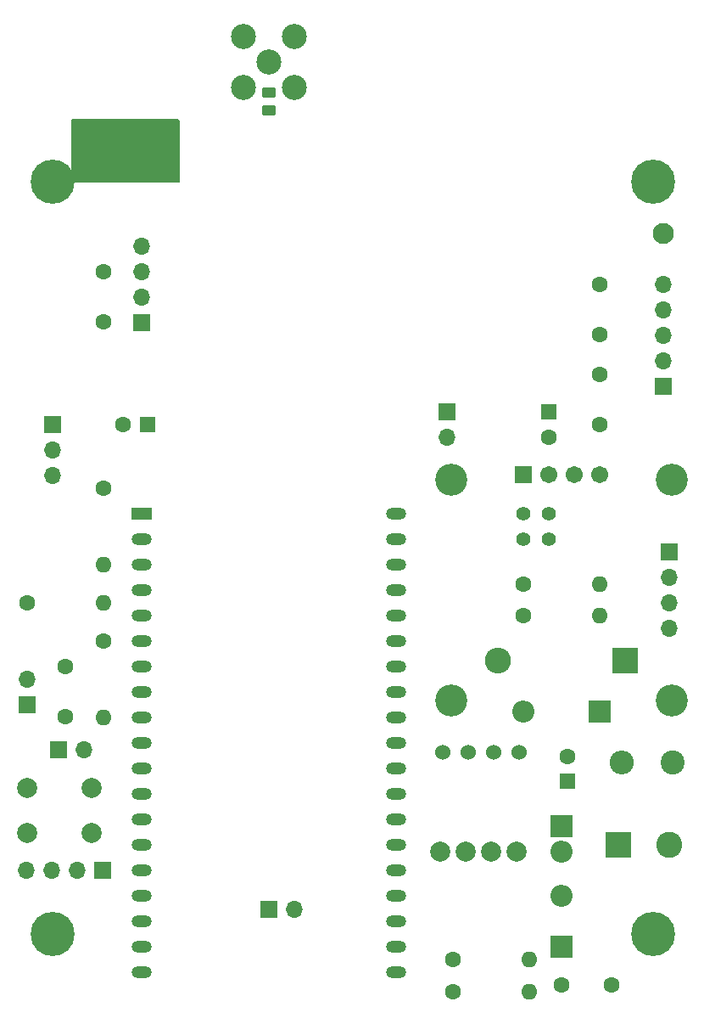
<source format=gbr>
%TF.GenerationSoftware,KiCad,Pcbnew,8.0.5-8.0.5-0~ubuntu20.04.1*%
%TF.CreationDate,2024-11-22T10:43:45+01:00*%
%TF.ProjectId,esp32-e22,65737033-322d-4653-9232-2e6b69636164,V 2.1.2*%
%TF.SameCoordinates,Original*%
%TF.FileFunction,Soldermask,Bot*%
%TF.FilePolarity,Negative*%
%FSLAX46Y46*%
G04 Gerber Fmt 4.6, Leading zero omitted, Abs format (unit mm)*
G04 Created by KiCad (PCBNEW 8.0.5-8.0.5-0~ubuntu20.04.1) date 2024-11-22 10:43:45*
%MOMM*%
%LPD*%
G01*
G04 APERTURE LIST*
G04 Aperture macros list*
%AMRoundRect*
0 Rectangle with rounded corners*
0 $1 Rounding radius*
0 $2 $3 $4 $5 $6 $7 $8 $9 X,Y pos of 4 corners*
0 Add a 4 corners polygon primitive as box body*
4,1,4,$2,$3,$4,$5,$6,$7,$8,$9,$2,$3,0*
0 Add four circle primitives for the rounded corners*
1,1,$1+$1,$2,$3*
1,1,$1+$1,$4,$5*
1,1,$1+$1,$6,$7*
1,1,$1+$1,$8,$9*
0 Add four rect primitives between the rounded corners*
20,1,$1+$1,$2,$3,$4,$5,0*
20,1,$1+$1,$4,$5,$6,$7,0*
20,1,$1+$1,$6,$7,$8,$9,0*
20,1,$1+$1,$8,$9,$2,$3,0*%
G04 Aperture macros list end*
%ADD10R,1.700000X1.700000*%
%ADD11O,1.700000X1.700000*%
%ADD12C,1.600000*%
%ADD13O,1.600000X1.600000*%
%ADD14R,1.600000X1.600000*%
%ADD15C,2.600000*%
%ADD16C,4.400000*%
%ADD17R,2.600000X2.600000*%
%ADD18R,2.200000X2.200000*%
%ADD19O,2.200000X2.200000*%
%ADD20C,3.204000*%
%ADD21RoundRect,0.102000X-0.754000X-0.754000X0.754000X-0.754000X0.754000X0.754000X-0.754000X0.754000X0*%
%ADD22C,1.712000*%
%ADD23C,2.000000*%
%ADD24C,2.500000*%
%ADD25C,2.100000*%
%ADD26R,2.000000X1.200000*%
%ADD27O,2.000000X1.200000*%
%ADD28C,2.400000*%
%ADD29O,2.400000X2.400000*%
%ADD30O,2.600000X2.600000*%
%ADD31C,1.524000*%
%ADD32C,1.400000*%
%ADD33RoundRect,0.250000X-0.450000X0.262500X-0.450000X-0.262500X0.450000X-0.262500X0.450000X0.262500X0*%
G04 APERTURE END LIST*
D10*
%TO.C,J5*%
X115570000Y-87630000D03*
D11*
X115570000Y-90170000D03*
X115570000Y-92710000D03*
%TD*%
D12*
%TO.C,R1*%
X113030000Y-105410000D03*
D13*
X120650000Y-105410000D03*
%TD*%
D14*
%TO.C,C6*%
X167005000Y-123190000D03*
D12*
X167005000Y-120690000D03*
%TD*%
D15*
%TO.C,H3*%
X115570000Y-138430000D03*
D16*
X115570000Y-138430000D03*
%TD*%
D17*
%TO.C,J3*%
X172085000Y-129540000D03*
D15*
X177165000Y-129540000D03*
%TD*%
D12*
%TO.C,R2*%
X120650000Y-109220000D03*
D13*
X120650000Y-116840000D03*
%TD*%
D18*
%TO.C,D5*%
X166370000Y-127635000D03*
D19*
X166370000Y-130175000D03*
%TD*%
D14*
%TO.C,C2*%
X125095000Y-87630000D03*
D12*
X122595000Y-87630000D03*
%TD*%
D20*
%TO.C,U2*%
X155370000Y-93140000D03*
X155370000Y-115140000D03*
X177370000Y-93140000D03*
X177370000Y-115140000D03*
D21*
X162560000Y-92640000D03*
D22*
X165100000Y-92640000D03*
X167640000Y-92640000D03*
X170180000Y-92640000D03*
%TD*%
D12*
%TO.C,R5*%
X120650000Y-93980000D03*
D13*
X120650000Y-101600000D03*
%TD*%
D23*
%TO.C,J2*%
X154305000Y-130175000D03*
X156845000Y-130175000D03*
X159385000Y-130175000D03*
X161925000Y-130175000D03*
%TD*%
D15*
%TO.C,H1*%
X115570000Y-63430000D03*
D16*
X115570000Y-63430000D03*
%TD*%
D10*
%TO.C,J1*%
X113030000Y-115570000D03*
D11*
X113030000Y-113030000D03*
%TD*%
D10*
%TO.C,J6*%
X124460000Y-77470000D03*
D11*
X124460000Y-74930000D03*
X124460000Y-72390000D03*
X124460000Y-69850000D03*
%TD*%
D18*
%TO.C,D1*%
X166370000Y-139700000D03*
D19*
X166370000Y-134620000D03*
%TD*%
D12*
%TO.C,C4*%
X170180000Y-87630000D03*
X170180000Y-82630000D03*
%TD*%
D15*
%TO.C,H2*%
X175570000Y-63430000D03*
D16*
X175570000Y-63430000D03*
%TD*%
D10*
%TO.C,J7*%
X176530000Y-83820000D03*
D11*
X176530000Y-81280000D03*
X176530000Y-78740000D03*
X176530000Y-76200000D03*
X176530000Y-73660000D03*
%TD*%
D12*
%TO.C,C5*%
X166370000Y-143510000D03*
X171370000Y-143510000D03*
%TD*%
D24*
%TO.C,J8*%
X137160000Y-51435000D03*
X139700000Y-48895000D03*
X134620000Y-48895000D03*
X139700000Y-53975000D03*
X134620000Y-53975000D03*
%TD*%
D25*
%TO.C,REF\u002A\u002A*%
X176530000Y-68580000D03*
%TD*%
D14*
%TO.C,C3*%
X165100000Y-86360000D03*
D12*
X165100000Y-88860000D03*
%TD*%
D10*
%TO.C,J4*%
X120640000Y-132080000D03*
D11*
X118100000Y-132080000D03*
X115560000Y-132080000D03*
X113020000Y-132080000D03*
%TD*%
D26*
%TO.C,U1*%
X124460000Y-96520000D03*
D27*
X124460000Y-99060000D03*
X124460000Y-101600000D03*
X124460000Y-104140000D03*
X124460000Y-106680000D03*
X124460000Y-109220000D03*
X124460000Y-111760000D03*
X124460000Y-114300000D03*
X124460000Y-116840000D03*
X124460000Y-119380000D03*
X124460000Y-121920000D03*
X124460000Y-124460000D03*
X124460000Y-127000000D03*
X124460000Y-129540000D03*
X124460000Y-132080000D03*
X124460000Y-134620000D03*
X124460000Y-137160000D03*
X124460000Y-139700000D03*
X124460000Y-142240000D03*
X149856320Y-142237280D03*
X149856320Y-139697280D03*
X149860000Y-137160000D03*
X149860000Y-134620000D03*
X149860000Y-132080000D03*
X149860000Y-129540000D03*
X149860000Y-127000000D03*
X149860000Y-124460000D03*
X149860000Y-121920000D03*
X149860000Y-119380000D03*
X149860000Y-116840000D03*
X149860000Y-114300000D03*
X149860000Y-111760000D03*
X149860000Y-109220000D03*
X149860000Y-106680000D03*
X149860000Y-104140000D03*
X149860000Y-101600000D03*
X149860000Y-99060000D03*
X149860000Y-96520000D03*
%TD*%
D12*
%TO.C,C7*%
X170180000Y-73660000D03*
X170180000Y-78660000D03*
%TD*%
%TO.C,C1*%
X116840000Y-111760000D03*
X116840000Y-116760000D03*
%TD*%
D15*
%TO.C,H4*%
X175570000Y-138430000D03*
D16*
X175570000Y-138430000D03*
%TD*%
D28*
%TO.C,F1*%
X177500000Y-121285000D03*
D29*
X172420000Y-121285000D03*
%TD*%
D12*
%TO.C,C8*%
X120650000Y-72390000D03*
X120650000Y-77390000D03*
%TD*%
D10*
%TO.C,J10*%
X116205000Y-120015000D03*
D11*
X118745000Y-120015000D03*
%TD*%
D23*
%TO.C,SW1*%
X113030000Y-123825000D03*
X119530000Y-123825000D03*
X113030000Y-128325000D03*
X119530000Y-128325000D03*
%TD*%
D10*
%TO.C,J9*%
X154940000Y-86360000D03*
D11*
X154940000Y-88900000D03*
%TD*%
D17*
%TO.C,D4*%
X172720000Y-111125000D03*
D30*
X160020000Y-111125000D03*
%TD*%
D31*
%TO.C,U4*%
X162135000Y-120255000D03*
X159595000Y-120255000D03*
X157055000Y-120255000D03*
X154515000Y-120255000D03*
%TD*%
D32*
%TO.C,JP1*%
X162560000Y-96520000D03*
X162560000Y-99060000D03*
%TD*%
D12*
%TO.C,R4*%
X155575000Y-140970000D03*
D13*
X163195000Y-140970000D03*
%TD*%
D33*
%TO.C,R8*%
X137160000Y-54459500D03*
X137160000Y-56284500D03*
%TD*%
D10*
%TO.C,J12*%
X137160000Y-135960000D03*
D11*
X139700000Y-135960000D03*
%TD*%
D12*
%TO.C,R7*%
X162560000Y-103505000D03*
D13*
X170180000Y-103505000D03*
%TD*%
D18*
%TO.C,D2*%
X170180000Y-116205000D03*
D19*
X162560000Y-116205000D03*
%TD*%
D32*
%TO.C,JP2*%
X165100000Y-99060000D03*
X165100000Y-96520000D03*
%TD*%
D10*
%TO.C,J11*%
X177190000Y-100340000D03*
D11*
X177190000Y-102880000D03*
X177190000Y-105420000D03*
X177190000Y-107960000D03*
%TD*%
D12*
%TO.C,R6*%
X162560000Y-106680000D03*
D13*
X170180000Y-106680000D03*
%TD*%
D12*
%TO.C,R3*%
X155575000Y-144145000D03*
D13*
X163195000Y-144145000D03*
%TD*%
G36*
X128213039Y-57169685D02*
G01*
X128258794Y-57222489D01*
X128270000Y-57274000D01*
X128270000Y-63376000D01*
X128250315Y-63443039D01*
X128197511Y-63488794D01*
X128146000Y-63500000D01*
X117599000Y-63500000D01*
X117531961Y-63480315D01*
X117486206Y-63427511D01*
X117475000Y-63376000D01*
X117475000Y-57274000D01*
X117494685Y-57206961D01*
X117547489Y-57161206D01*
X117599000Y-57150000D01*
X128146000Y-57150000D01*
X128213039Y-57169685D01*
G37*
M02*

</source>
